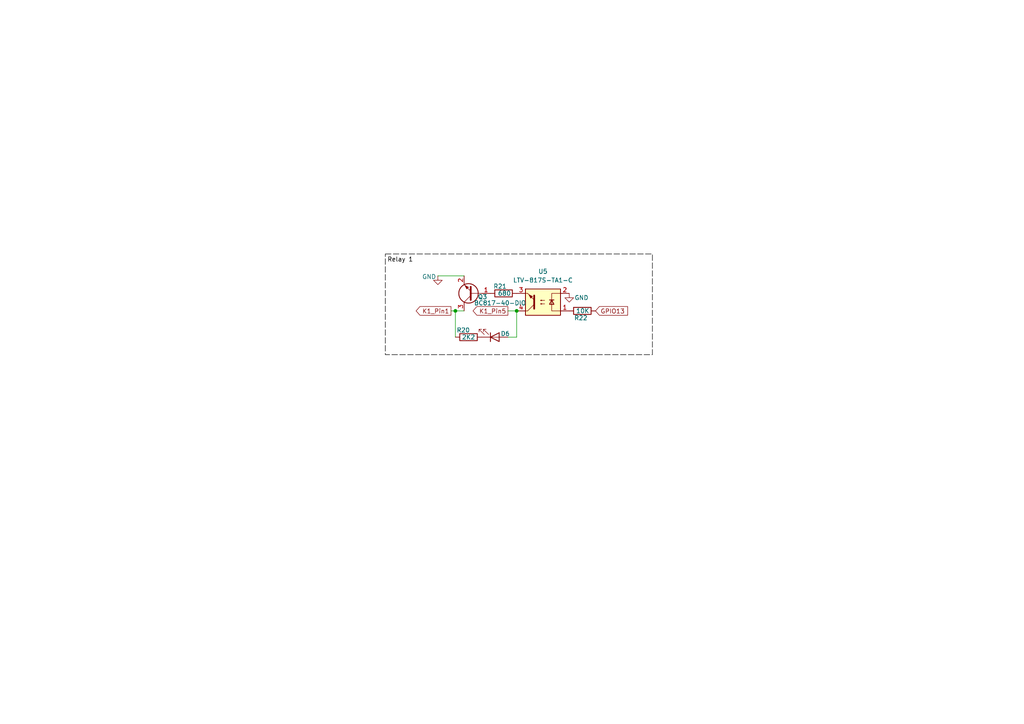
<source format=kicad_sch>
(kicad_sch (version 20250114) (generator "eeschema") (generator_version "9.0")
  (paper "A4")
  (title_block (title "Isolation-Relays") (date "2025-10-26") (rev "1.0") (company "PKl"))
  (lib_symbols
    (symbol "Device:LED" (pin_numbers (hide yes)) (pin_names (offset 1.016) (hide yes))
      (property "Reference" "D" (at 0 2.54 0))
      (property "Value" "LED" (at 0 -2.54 0))
      (symbol "LED_0_1"
        (polyline (pts (xy -3.048 -0.762) (xy -4.572 -2.286) (xy -3.81 -2.286) (xy -4.572 -2.286) (xy -4.572 -1.524)))
        (polyline (pts (xy -1.778 -0.762) (xy -3.302 -2.286) (xy -2.54 -2.286) (xy -3.302 -2.286) (xy -3.302 -1.524)))
        (polyline (pts (xy -1.27 0) (xy 1.27 0)))
        (polyline (pts (xy -1.27 -1.27) (xy -1.27 1.27)) (stroke (width 0.254)))
        (polyline (pts (xy 1.27 -1.27) (xy 1.27 1.27) (xy -1.27 0) (xy 1.27 -1.27)) (stroke (width 0.254)))
      )
      (symbol "LED_1_1"
        (pin passive line (at -3.81 0 0) (length 2.54) (name "K") (number "1"))
        (pin passive line (at 3.81 0 180) (length 2.54) (name "A") (number "2"))
      )
    )
    (symbol "Device:R" (pin_numbers (hide yes)) (pin_names (offset 0))
      (property "Reference" "R" (at 2.032 0 90))
      (property "Value" "R" (at 0 0 90))
      (symbol "R_0_1"
        (rectangle (start -1.016 -2.54) (end 1.016 2.54) (stroke (width 0.254)))
      )
      (symbol "R_1_1"
        (pin passive line (at 0 3.81 270) (length 1.27) (name "~") (number "1"))
        (pin passive line (at 0 -3.81 90) (length 1.27) (name "~") (number "2"))
      )
    )
    (symbol "LTV-817S_1" (pin_names (offset 1.016))
      (property "Reference" "U" (at -3.81 5.08 0))
      (property "Value" "LTV-817S" (at 0 -5.08 0))
      (symbol "LTV-817S_1_1_1"
        (rectangle (start -5.08 3.81) (end 5.08 -3.81) (stroke (width 0.254)) (fill (type background)))
        (polyline (pts (xy -5.08 2.54) (xy -2.54 2.54) (xy -2.54 -0.762)))
        (polyline (pts (xy -3.175 -0.635) (xy -1.905 -0.635)) (stroke (width 0.254)))
        (polyline (pts (xy -2.54 -0.635) (xy -2.54 -2.54) (xy -5.08 -2.54)))
        (polyline (pts (xy -2.54 -0.635) (xy -3.175 0.635) (xy -1.905 0.635) (xy -2.54 -0.635)) (stroke (width 0.254)))
        (polyline (pts (xy -0.508 0.508) (xy 0.762 0.508) (xy 0.381 0.381) (xy 0.381 0.635) (xy 0.762 0.508)))
        (polyline (pts (xy -0.508 -0.508) (xy 0.762 -0.508) (xy 0.381 -0.635) (xy 0.381 -0.381) (xy 0.762 -0.508)))
        (polyline (pts (xy 2.54 1.905) (xy 2.54 -1.905)) (stroke (width 0.508)))
        (polyline (pts (xy 2.54 0.635) (xy 4.445 2.54)))
        (polyline (pts (xy 3.048 -1.651) (xy 3.556 -1.143) (xy 4.064 -2.159) (xy 3.048 -1.651)) (fill (type outline)))
        (polyline (pts (xy 4.445 2.54) (xy 5.08 2.54)))
        (polyline (pts (xy 4.445 -2.54) (xy 2.54 -0.635)) (fill (type outline)))
        (polyline (pts (xy 4.445 -2.54) (xy 5.08 -2.54)))
        (pin passive line (at -7.62 2.54 0) (length 2.54) (name "~") (number "1"))
        (pin passive line (at -7.62 -2.54 0) (length 2.54) (name "~") (number "2"))
        (pin passive line (at 7.62 2.54 180) (length 2.54) (name "~") (number "4"))
        (pin passive line (at 7.62 -2.54 180) (length 2.54) (name "~") (number "3"))
      )
    )
    (symbol "Transistor_BJT:BC817" (pin_names (offset 0) (hide yes))
      (property "Reference" "Q" (at 5.08 1.905 0))
      (property "Value" "BC817" (at 5.08 0 0))
      (symbol "BC817_0_1"
        (polyline (pts (xy -2.54 0) (xy 0.635 0)))
        (polyline (pts (xy 0.635 1.905) (xy 0.635 -1.905)) (stroke (width 0.508)))
        (circle (center 1.27 0) (radius 2.8194) (stroke (width 0.254)))
      )
      (symbol "BC817_1_1"
        (polyline (pts (xy 0.635 0.635) (xy 2.54 2.54)))
        (polyline (pts (xy 0.635 -0.635) (xy 2.54 -2.54)))
        (polyline (pts (xy 1.27 -1.778) (xy 1.778 -1.27) (xy 2.286 -2.286) (xy 1.27 -1.778)) (fill (type outline)))
        (pin input line (at -5.08 0 0) (length 2.54) (name "B") (number "1"))
        (pin passive line (at 2.54 5.08 270) (length 2.54) (name "C") (number "3"))
        (pin passive line (at 2.54 -5.08 90) (length 2.54) (name "E") (number "2"))
      )
    )
    (symbol "power:GND" (power) (pin_numbers (hide yes)) (pin_names (offset 0) (hide yes))
      (property "Value" "GND" (at 0 -3.81 0))
      (symbol "GND_0_1"
        (polyline (pts (xy 0 0) (xy 0 -1.27) (xy 1.27 -1.27) (xy 0 -2.54) (xy -1.27 -1.27) (xy 0 -1.27)))
      )
      (symbol "GND_1_1"
        (pin power_in line (at 0 0 270) (length 0) (name "~") (number "1"))
      )
    )
  )
  (rectangle (start 111.76 73.66) (end 189.23 102.87) (stroke (width 0) (type dash) (color 0 0 0 1)))
  (text "Relay 1" (at 116.078 75.438 0) (effects (font (size 1.27 1.27))))
  (junction (at 132.08 90.17))
  (junction (at 149.86 90.17))
  (wire (pts (xy 147.32 97.79) (xy 149.86 97.79)))
  (wire (pts (xy 132.08 90.17) (xy 134.62 90.17)))
  (wire (pts (xy 130.81 90.17) (xy 132.08 90.17)))
  (wire (pts (xy 132.08 90.17) (xy 132.08 97.79)))
  (wire (pts (xy 127 80.01) (xy 134.62 80.01)))
  (wire (pts (xy 149.86 97.79) (xy 149.86 90.17)))
  (wire (pts (xy 147.32 90.17) (xy 149.86 90.17)))
  (global_label "K1_Pin5" (shape output) (at 147.32 90.17 180) (property "Intersheetrefs" "${INTERSHEET_REFS}" (effects (hide yes))))
  (global_label "K1_Pin1" (shape output) (at 130.81 90.17 180) (property "Intersheetrefs" "${INTERSHEET_REFS}" (effects (hide yes))))
  (global_label "GPIO13" (shape input) (at 172.72 90.17 0) (property "Intersheetrefs" "${INTERSHEET_REFS}" (effects (hide yes))))
  (symbol (lib_name "LTV-817S_1") (lib_id "Isolator:LTV-817S") (at 157.48 87.63 180) (unit 1)
    (property "Reference" "U5" (at 157.48 78.74 0))
    (property "Value" "LTV-817S-TA1-C" (at 157.48 81.28 0))
    (property "Footprint" "Package_DIP:SMDIP-4_W9.53mm" (effects (hide yes)))
    (property "Datasheet" "http://www.us.liteon.com/downloads/LTV-817-827-847.PDF" (effects (hide yes)))
    (property "Description" "DC Optocoupler, Vce 35V, CTR 50%, SMDIP-4" (effects (hide yes)))
  )
  (symbol (lib_id "Transistor_BJT:BC817") (at 137.16 85.09 180) (unit 1)
    (property "Reference" "Q3" (at 139.954 86.106 0))
    (property "Value" "BC817-40-DIO" (at 145.034 87.884 0))
    (property "Footprint" "Package_TO_SOT_SMD:SOT-23" (effects (hide yes)))
    (property "Datasheet" "https://www.onsemi.com/pub/Collateral/BC818-D.pdf" (effects (hide yes)))
    (property "Description" "0.8A Ic, 45V Vce, NPN Transistor, SOT-23" (effects (hide yes)))
  )
  (symbol (lib_id "power:GND") (at 127 80.01 0) (unit 1)
    (property "Reference" "#PWR044" (effects (hide yes)))
    (property "Value" "GND" (at 124.46 80.264 0))
    (property "Description" "Power symbol creates a global label with name \"GND\" , ground" (effects (hide yes)))
  )
  (symbol (lib_id "Device:R") (at 135.89 97.79 270) (unit 1)
    (property "Reference" "R20" (at 134.366 95.758 90))
    (property "Value" "2K2" (at 135.89 97.79 90))
    (property "Footprint" "Resistor_SMD:R_0805_2012Metric" (effects (hide yes)))
    (property "Description" "Resistor" (effects (hide yes)))
  )
  (symbol (lib_id "Device:LED") (at 143.51 97.79 0) (mirror x) (unit 1)
    (property "Reference" "D6" (at 146.558 96.774 0))
    (property "Value" "LED" (effects (hide yes)))
    (property "Footprint" "LED_SMD:LED_0805_2012Metric" (effects (hide yes)))
    (property "Description" "Light emitting diode" (effects (hide yes)))
    (property "Sim.Pins" "1=K 2=A" (effects (hide yes)))
  )
  (symbol (lib_id "Device:R") (at 168.91 90.17 90) (unit 1)
    (property "Reference" "R22" (at 170.434 92.202 90) (effects (justify left)))
    (property "Value" "10K" (at 170.942 90.17 90) (effects (justify left)))
    (property "Footprint" "Resistor_SMD:R_0805_2012Metric" (effects (hide yes)))
    (property "Description" "Resistor" (effects (hide yes)))
  )
  (symbol (lib_id "Device:R") (at 146.05 85.09 90) (unit 1)
    (property "Reference" "R21" (at 145.034 83.058 90))
    (property "Value" "680" (at 146.304 85.09 90))
    (property "Footprint" "Resistor_SMD:R_0805_2012Metric" (effects (hide yes)))
    (property "Description" "Resistor" (effects (hide yes)))
  )
  (symbol (lib_id "power:GND") (at 165.1 85.09 0) (unit 1)
    (property "Reference" "#PWR046" (effects (hide yes)))
    (property "Value" "GND" (at 168.656 86.36 0))
    (property "Description" "Power symbol creates a global label with name \"GND\" , ground" (effects (hide yes)))
  )
)
</source>
